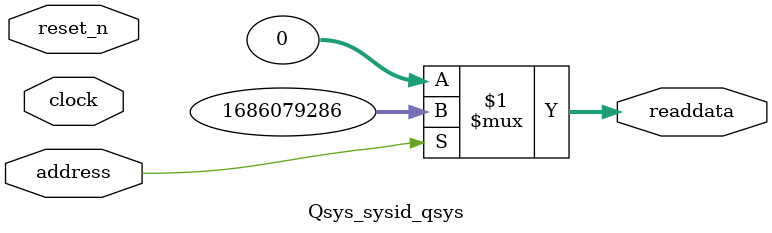
<source format=v>



// synthesis translate_off
`timescale 1ns / 1ps
// synthesis translate_on

// turn off superfluous verilog processor warnings 
// altera message_level Level1 
// altera message_off 10034 10035 10036 10037 10230 10240 10030 

module Qsys_sysid_qsys (
               // inputs:
                address,
                clock,
                reset_n,

               // outputs:
                readdata
             )
;

  output  [ 31: 0] readdata;
  input            address;
  input            clock;
  input            reset_n;

  wire    [ 31: 0] readdata;
  //control_slave, which is an e_avalon_slave
  assign readdata = address ? 1686079286 : 0;

endmodule



</source>
